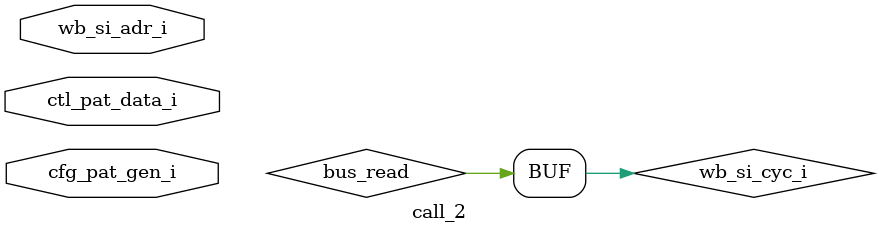
<source format=sv>


module call_2 
    #(  
        parameter ADDR_WIDTH            =   12,
        parameter DATA_WIDTH            =   14,
        parameter NUM_REGS              =   2,
        parameter SEL_WIDTH             =   (DATA_WIDTH/8),
        parameter SUB_REGS_DATA_WIDTH   =   (ADDR_WIDTH > DATA_WIDTH) ? ADDR_WIDTH : DATA_WIDTH
    )(
        input   [ADDR_WIDTH-1:0]            wb_si_adr_i,
        input                               cfg_pat_gen_i,
        input   [SUB_REGS_DATA_WIDTH-1:0]   ctl_pat_data_i
);
    wire bus_read;
    wire no_pg_gen_ack;

    //bus read operation indicator
    assign bus_read = wb_si_cyc_i;

    call_1 #(
        .ADDR_WIDTH             (ADDR_WIDTH), 
        .DATA_WIDTH             (DATA_WIDTH), 
        .NUM_REGS               (NUM_REGS)) 
    core (
        .si_addr_i              (wb_si_adr_i),
        .cfg_pat_gen_i          (cfg_pat_gen_i),
        .ctl_pat_data_i         (ctl_pat_data_i),
        .nopg_o                 (no_pg_gen_ack)
        );

endmodule
</source>
